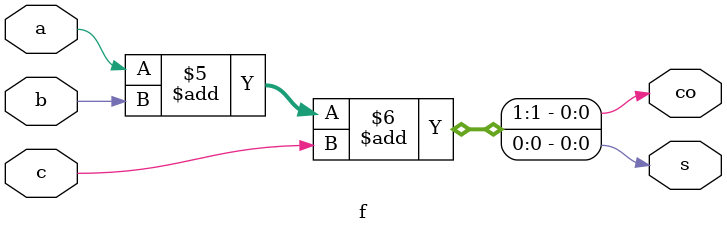
<source format=v>
module armu16 #(
    parameter n = 16
) (
    input [n-1:0] a,
    input [n-1:0] b,
    output [2*n-1:0] m
);
    wire [2*n-1:0] c;
    wire [2*n-1:0] d;

    wire [(2*n)*(2*n)-1:0] p;
    wire [2*n-1:0] so;

    assign c = {{n{a[n-1]}}, a};
    assign d = {{n{b[n-1]}}, b};

    pgen #(.n(2*n)) pgen ( c ,d ,p);
    sum #(.n(2*n)) sum_product ( p , so);

    assign m = so; 
    
    
endmodule

module pgen #(
    parameter n=32
)
(
    input [n-1:0] a,
    input [n-1:0] b,
    output  reg [(n*n)-1:0] p
); 
    integer i, j;

    always @(*) begin
        p = 0;
        for (i = 0; i < n; i = i + 1) begin
            for (j = i; j < n; j = j + 1) begin
                p[i*n + j] = a[j-i] & b[i];
            end
        end
    end
endmodule

module sum #(
    parameter n=32
)(
    input [(n*n)-1:0] p,
    output  [n-1:0] sum
);
    reg [n-1:0] po [0:n-1];
    integer j;
    always @(*) begin
        for (j = 0; j<n ; j = j+1) begin
            po[j] = p[j*n +:n];
        end
    end

    genvar i;
    //reg [n-1:0] s2; 
    reg [n-1:0] s [n:0];
    wire s0;
    assign s0 =0;

    always @(*) begin
        s[0] =s0;
    end
   
    
    generate
        
        
        for (i = 0; i < n; i = i + 1) begin : sum_pro
        wire [n-1:0] g;
            fn #(.n(n)) supr (
                .a(p[i*n +:n]),
                .b(s[i]),
                .c(1'b0),
                .s(g),
                .co()
            );
            always @(*) begin
                s [i+1] <= g; 
            end
        end
    endgenerate
    assign sum = s[n];
endmodule

module fn  #(
    parameter n = 32
) (
    input [n-1:0] a,
    input [n-1:0] b,
    input c,
    output [n-1:0] s,
    output reg co
);
    wire [n:0] c_out;
    wire [n-1:0] sa;
    assign c_out[0] = c;

    genvar i;
    generate
        for (i = 0; i < n; i = i + 1) begin : adder
            f adder_inst (
                .a(a[i]),
                .b(b[i]),
                .c(c_out[i]),
                .s(sa[i]),
                .co(c_out[i+1])
            );
        end
    endgenerate

    assign s = sa;
    always @(*) begin
     co = c_out[n];
        
    end
endmodule

module f (
    input a,
    input b,
    input c,
    output reg s,
    output reg co
);
    always @(*) begin
        {co , s} = a +b +c;
    end
endmodule
</source>
